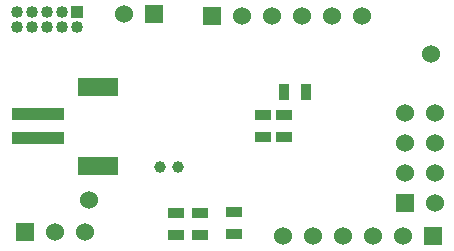
<source format=gbs>
G04 #@! TF.FileFunction,Soldermask,Bot*
%FSLAX46Y46*%
G04 Gerber Fmt 4.6, Leading zero omitted, Abs format (unit mm)*
G04 Created by KiCad (PCBNEW (2015-01-02 BZR 5348)-product) date 1/14/2015 2:26:51 AM*
%MOMM*%
G01*
G04 APERTURE LIST*
%ADD10C,0.150000*%
%ADD11R,1.397000X0.889000*%
%ADD12R,1.016000X1.016000*%
%ADD13C,1.016000*%
%ADD14C,1.000760*%
%ADD15R,0.889000X1.397000*%
%ADD16R,4.500000X1.000000*%
%ADD17R,3.400000X1.500000*%
%ADD18R,1.524000X1.524000*%
%ADD19C,1.524000*%
G04 APERTURE END LIST*
D10*
D11*
X100650000Y-101252500D03*
X100650000Y-99347500D03*
D12*
X92270000Y-82365000D03*
D13*
X92270000Y-83635000D03*
X91000000Y-82365000D03*
X91000000Y-83635000D03*
X89730000Y-82365000D03*
X89730000Y-83635000D03*
X88460000Y-82365000D03*
X88460000Y-83635000D03*
X87190000Y-82365000D03*
X87190000Y-83635000D03*
D14*
X99309700Y-95420000D03*
X100808300Y-95420000D03*
D11*
X108000000Y-92952500D03*
X108000000Y-91047500D03*
D15*
X109797500Y-89100000D03*
X111702500Y-89100000D03*
D11*
X102700000Y-101252500D03*
X102700000Y-99347500D03*
X105550000Y-101152500D03*
X105550000Y-99247500D03*
D16*
X89000000Y-93000000D03*
X89000000Y-91000000D03*
D17*
X94100000Y-95350000D03*
X94100000Y-88650000D03*
D11*
X109838000Y-91038500D03*
X109838000Y-92943500D03*
D18*
X120030000Y-98510000D03*
D19*
X122570000Y-98510000D03*
X120030000Y-95970000D03*
X122570000Y-95970000D03*
X120030000Y-93430000D03*
X122570000Y-93430000D03*
X120030000Y-90890000D03*
X122570000Y-90890000D03*
D18*
X122450000Y-101300000D03*
D19*
X119910000Y-101300000D03*
X117370000Y-101300000D03*
X114830000Y-101300000D03*
X112290000Y-101300000D03*
X109750000Y-101300000D03*
D18*
X103750000Y-82700000D03*
D19*
X106290000Y-82700000D03*
X108830000Y-82700000D03*
X111370000Y-82700000D03*
X113910000Y-82700000D03*
X116450000Y-82700000D03*
D18*
X87860000Y-101000000D03*
D19*
X90400000Y-101000000D03*
X92940000Y-101000000D03*
X122284000Y-85895000D03*
X93264500Y-98252100D03*
D18*
X98776300Y-82542200D03*
D19*
X96236300Y-82542200D03*
M02*

</source>
